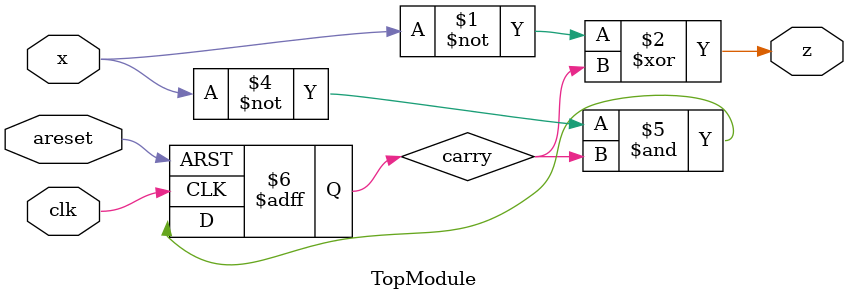
<source format=sv>


module TopModule (
  input clk,
  input areset,
  input x,
  output z
);

  // 2's complement of a serial input (LSB first) using a single carry register.
  // The carry register is initialized to 1 on reset to account for the "+1" in 2's complement.
  // The output z is produced combinationally from the current input bit x and the current carry.
  // The carry is updated on each clock edge to reflect the addition of 1 to the inverted input bits.

  reg carry;

  // Output logic: z = (~x) XOR carry
  assign z = (~x) ^ carry;

  // Carry update logic: carry_next = (~x) AND carry
  always @(posedge clk or posedge areset) begin
    if (areset)
      carry <= 1'b1;          // Reset carry to 1 for 2's complement
    else
      carry <= (~x) & carry;  // Update carry for next bit
  end

endmodule

</source>
